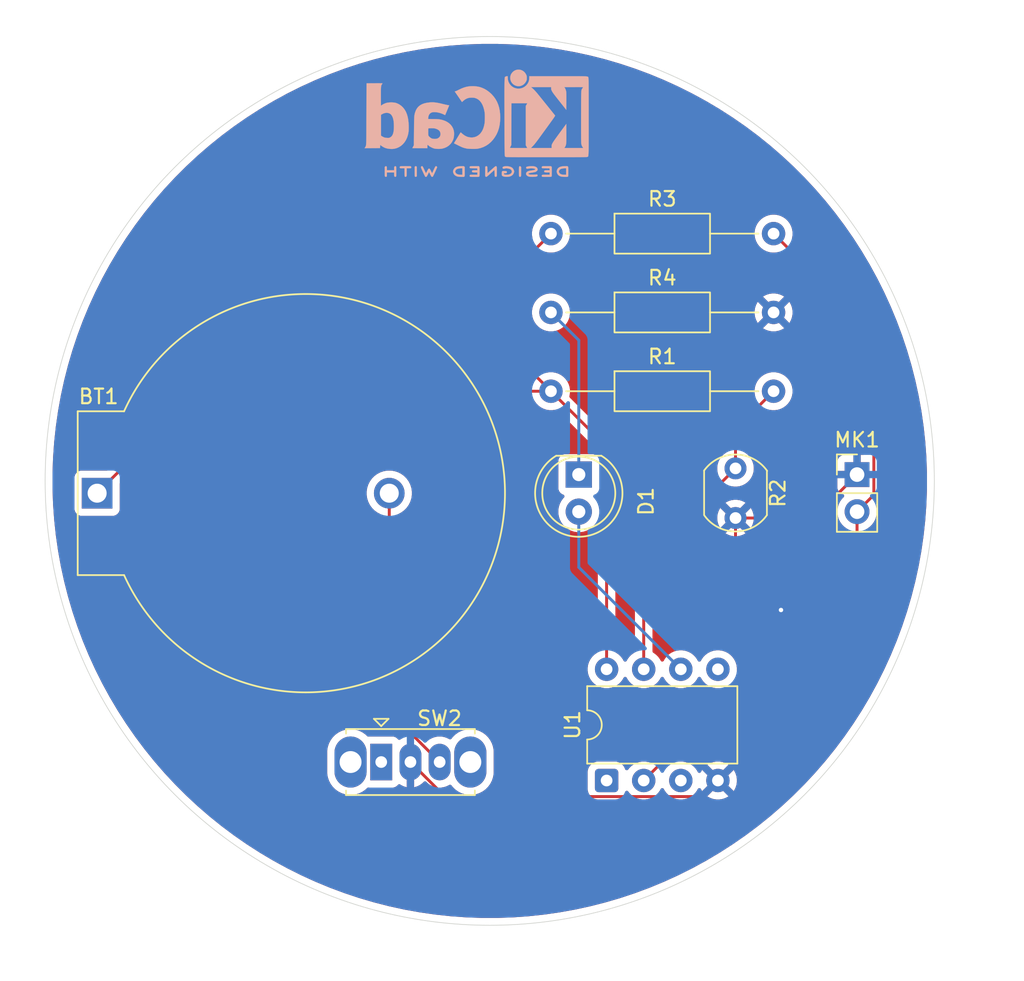
<source format=kicad_pcb>
(kicad_pcb (version 20241229) (generator "pcbnew") (generator_version "9.0")
  (layers (0 "F.Cu" signal) (2 "B.Cu" signal) (13 "F.Paste" user) (15 "B.Paste" user) (5 "F.SilkS" user "F.Silkscreen") (7 "B.SilkS" user "B.Silkscreen") (1 "F.Mask" user) (3 "B.Mask" user) (25 "Edge.Cuts" user))
  (net 0 "")
  (net 1 "/LED")
  (net 2 "Net-(D1-K)")
  (net 3 "/LDR")
  (net 4 "3.3v")
  (net 5 "GND")
  (net 6 "/MIC")
  (net 8 "Net-(BT1--)")
  (footprint "Package_DIP:DIP-8_W7.62mm" (layer "F.Cu") (at 152.4 96.515 90)
    (property "Reference" "U1" (at 3.81 -2.33 90) (layer "F.SilkS"))
    (property "Value" "ATtiny85V-10P")
    (pad "1" thru_hole roundrect (at 0 0 90) (size 1.6 1.6) (drill 0.8) (layers "*.Cu" "*.Mask") (roundrect_rratio 0.15625))
    (pad "2" thru_hole circle (at 0 2.54 90) (size 1.6 1.6) (drill 0.8) (layers "*.Cu" "*.Mask") (net 6 "/MIC"))
    (pad "3" thru_hole circle (at 0 5.08 90) (size 1.6 1.6) (drill 0.8) (layers "*.Cu" "*.Mask"))
    (pad "4" thru_hole circle (at 0 7.62 90) (size 1.6 1.6) (drill 0.8) (layers "*.Cu" "*.Mask") (net 5 "GND"))
    (pad "5" thru_hole circle (at 7.62 7.62 90) (size 1.6 1.6) (drill 0.8) (layers "*.Cu" "*.Mask"))
    (pad "6" thru_hole circle (at 7.62 5.08 90) (size 1.6 1.6) (drill 0.8) (layers "*.Cu" "*.Mask") (net 1 "/LED"))
    (pad "7" thru_hole circle (at 7.62 2.54 90) (size 1.6 1.6) (drill 0.8) (layers "*.Cu" "*.Mask") (net 3 "/LDR"))
    (pad "8" thru_hole circle (at 7.62 0 90) (size 1.6 1.6) (drill 0.8) (layers "*.Cu" "*.Mask") (net 4 "3.3v"))
  )
  (footprint "OptoDevice:R_LDR_5.1x4.3mm_P3.4mm_Vertical" (layer "F.Cu") (at 161.225022 75.135 -90)
    (property "Reference" "R2" (at 1.7 -2.9 90) (layer "F.SilkS"))
    (property "Value" "5mm LDR07")
    (pad "1" thru_hole circle (at 0 0 270) (size 1.5 1.5) (drill 0.8) (layers "*.Cu" "*.Mask") (net 3 "/LDR"))
    (pad "2" thru_hole circle (at 3.4 0 270) (size 1.5 1.5) (drill 0.8) (layers "*.Cu" "*.Mask") (net 5 "GND"))
  )
  (footprint "Resistor_THT:R_Axial_DIN0207_L6.3mm_D2.5mm_P15.24mm_Horizontal" (layer "F.Cu") (at 148.59 69.85)
    (property "Reference" "R1" (at 7.62 -2.37 0) (layer "F.SilkS"))
    (property "Value" "10K")
    (pad "1" thru_hole circle (at 0 0) (size 1.6 1.6) (drill 0.8) (layers "*.Cu" "*.Mask") (net 4 "3.3v"))
    (pad "2" thru_hole circle (at 15.24 0) (size 1.6 1.6) (drill 0.8) (layers "*.Cu" "*.Mask") (net 3 "/LDR"))
  )
  (footprint "Button_Switch_THT:SW_Slide_SPDT_Straight_CK_OS102011MS2Q" (layer "F.Cu") (at 136.97 95.25)
    (property "Reference" "SW2" (at 3.99 -2.99 0) (layer "F.SilkS"))
    (property "Value" "SW_SPDT")
    (pad "" thru_hole oval (at -2.1 0) (size 2.2 3.5) (drill 1.5) (layers "*.Cu" "*.Mask"))
    (pad "" thru_hole oval (at 6.1 0) (size 2.2 3.5) (drill 1.5) (layers "*.Cu" "*.Mask"))
    (pad "1" thru_hole rect (at 0 0) (size 1.5 2.5) (drill 0.8) (layers "*.Cu" "*.Mask"))
    (pad "2" thru_hole oval (at 2 0) (size 1.5 2.5) (drill 0.8) (layers "*.Cu" "*.Mask") (net 5 "GND"))
    (pad "3" thru_hole oval (at 4 0) (size 1.5 2.5) (drill 0.8) (layers "*.Cu" "*.Mask") (net 8 "Net-(BT1--)"))
  )
  (footprint "Connector_PinHeader_2.54mm:PinHeader_1x02_P2.54mm_Vertical" (layer "F.Cu") (at 169.545 75.56)
    (property "Reference" "MK1" (at 0 -2.38 0) (layer "F.SilkS"))
    (property "Value" "Microphone_Condenser")
    (pad "1" thru_hole rect (at 0 0) (size 1.7 1.7) (drill 1) (layers "*.Cu" "*.Mask") (net 5 "GND"))
    (pad "2" thru_hole circle (at 0 2.54) (size 1.7 1.7) (drill 1) (layers "*.Cu" "*.Mask") (net 6 "/MIC"))
  )
  (footprint "Resistor_THT:R_Axial_DIN0207_L6.3mm_D2.5mm_P15.24mm_Horizontal" (layer "F.Cu") (at 148.59 64.4525)
    (property "Reference" "R4" (at 7.62 -2.37 0) (layer "F.SilkS"))
    (property "Value" "470R")
    (pad "1" thru_hole circle (at 0 0) (size 1.6 1.6) (drill 0.8) (layers "*.Cu" "*.Mask") (net 2 "Net-(D1-K)"))
    (pad "2" thru_hole circle (at 15.24 0) (size 1.6 1.6) (drill 0.8) (layers "*.Cu" "*.Mask") (net 5 "GND"))
  )
  (footprint "Resistor_THT:R_Axial_DIN0207_L6.3mm_D2.5mm_P15.24mm_Horizontal" (layer "F.Cu") (at 148.59 59.055)
    (property "Reference" "R3" (at 7.62 -2.37 0) (layer "F.SilkS"))
    (property "Value" "5.6k")
    (pad "1" thru_hole circle (at 0 0) (size 1.6 1.6) (drill 0.8) (layers "*.Cu" "*.Mask") (net 4 "3.3v"))
    (pad "2" thru_hole circle (at 15.24 0) (size 1.6 1.6) (drill 0.8) (layers "*.Cu" "*.Mask") (net 6 "/MIC"))
  )
  (footprint "Battery:BatteryHolder_ComfortableElectronic_CH273-2450_1x2450" (layer "F.Cu") (at 117.520914 76.835)
    (property "Reference" "BT1" (at 0.1 -6.62 0) (layer "F.SilkS"))
    (property "Value" "3.3V")
    (pad "1" thru_hole rect (at 0 0 270) (size 2.1 2.1) (drill 1.3) (layers "*.Cu" "*.Mask") (net 4 "3.3v"))
    (pad "2" thru_hole circle (at 20 0 270) (size 2.1 2.1) (drill 1.3) (layers "*.Cu" "*.Mask") (net 8 "Net-(BT1--)"))
  )
  (footprint "LED_THT:LED_D5.0mm" (layer "F.Cu") (at 150.495 75.56 -90)
    (property "Reference" "D1" (at 1.84 -4.605 90) (layer "F.SilkS"))
    (property "Value" "5mm yellow LED")
    (pad "1" thru_hole rect (at 0 0 270) (size 1.8 1.8) (drill 0.9) (layers "*.Cu" "*.Mask") (net 2 "Net-(D1-K)"))
    (pad "2" thru_hole circle (at 2.54 0 270) (size 1.8 1.8) (drill 0.9) (layers "*.Cu" "*.Mask") (net 1 "/LED"))
  )
  (footprint "Symbol:KiCad-Logo2_6mm_SilkScreen" (layer "B.Cu") (at 143.51 50.8 180)
    (property "Reference" "REF**" (hide yes))
    (property "Value" "KiCad-Logo2_6mm_SilkScreen" (hide yes))
  )
  (gr_circle (center 144.399 75.993526) (end 165.921767 97.516293) (stroke (width 0.05)) (fill no) (layer "Edge.Cuts"))
  (segment (start 150.495 78.1) (end 150.495 81.91) (width 0.2) (layer "B.Cu") (net 1))
  (segment (start 150.495 81.91) (end 157.48 88.895) (width 0.2) (layer "B.Cu") (net 1))
  (segment (start 148.59 64.4525) (end 150.495 66.3575) (width 0.2) (layer "B.Cu") (net 2))
  (segment (start 150.495 66.3575) (end 150.495 75.56) (width 0.2) (layer "B.Cu") (net 2))
  (segment (start 161.225022 74.740978) (end 161.29 74.676) (width 0.2) (layer "F.Cu") (net 3))
  (segment (start 154.94 81.420022) (end 161.225022 75.135) (width 0.2) (layer "F.Cu") (net 3))
  (segment (start 154.94 88.895) (end 154.94 81.420022) (width 0.2) (layer "F.Cu") (net 3))
  (segment (start 161.225022 72.454978) (end 163.83 69.85) (width 0.2) (layer "F.Cu") (net 3))
  (segment (start 161.225022 75.135) (end 161.225022 74.740978) (width 0.2) (layer "F.Cu") (net 3))
  (segment (start 161.225022 75.135) (end 161.225022 72.454978) (width 0.2) (layer "F.Cu") (net 3))
  (segment (start 148.59 59.055) (end 146.304 61.341) (width 0.2) (layer "F.Cu") (net 4))
  (segment (start 152.4 88.895) (end 152.4 73.66) (width 0.2) (layer "F.Cu") (net 4))
  (segment (start 152.4 73.66) (end 148.59 69.85) (width 0.2) (layer "F.Cu") (net 4))
  (segment (start 146.304 67.564) (end 148.59 69.85) (width 0.2) (layer "F.Cu") (net 4))
  (segment (start 117.520914 76.835) (end 117.475 76.835) (width 0.2) (layer "F.Cu") (net 4))
  (segment (start 117.475 76.835) (end 117.094 76.454) (width 0.2) (layer "F.Cu") (net 4))
  (segment (start 117.520914 76.835) (end 124.505914 69.85) (width 0.2) (layer "F.Cu") (net 4))
  (segment (start 124.505914 69.85) (end 148.59 69.85) (width 0.2) (layer "F.Cu") (net 4))
  (segment (start 146.304 61.341) (end 146.304 67.564) (width 0.2) (layer "F.Cu") (net 4))
  (segment (start 158.919 97.616) (end 160.02 96.515) (width 0.2) (layer "F.Cu") (net 5))
  (segment (start 169.545 75.56) (end 169.545 70.1675) (width 0.2) (layer "F.Cu") (net 5))
  (segment (start 141.336 97.616) (end 158.919 97.616) (width 0.2) (layer "F.Cu") (net 5))
  (segment (start 169.545 70.1675) (end 163.83 64.4525) (width 0.2) (layer "F.Cu") (net 5))
  (segment (start 161.225022 78.535) (end 166.57 78.535) (width 0.2) (layer "F.Cu") (net 5))
  (segment (start 138.97 95.25) (end 141.336 97.616) (width 0.2) (layer "F.Cu") (net 5))
  (segment (start 166.57 78.535) (end 169.545 75.56) (width 0.2) (layer "F.Cu") (net 5))
  (segment (start 161.225022 81.723022) (end 164.338 84.836) (width 0.2) (layer "F.Cu") (net 5))
  (segment (start 161.225022 78.535) (end 161.225022 81.723022) (width 0.2) (layer "F.Cu") (net 5))
  (via (at 164.338 84.836) (size 0.6) (drill 0.3) (layers "F.Cu" "B.Cu") (net 5))
  (segment (start 164.338 84.836) (end 164.338 92.197) (width 0.2) (layer "B.Cu") (net 5))
  (segment (start 164.338 92.197) (end 160.02 96.515) (width 0.2) (layer "B.Cu") (net 5))
  (segment (start 170.696 76.949) (end 170.696 65.921) (width 0.2) (layer "F.Cu") (net 6))
  (segment (start 169.545 78.1) (end 170.696 76.949) (width 0.2) (layer "F.Cu") (net 6))
  (segment (start 169.545 81.91) (end 169.545 78.1) (width 0.2) (layer "F.Cu") (net 6))
  (segment (start 170.696 65.921) (end 163.83 59.055) (width 0.2) (layer "F.Cu") (net 6))
  (segment (start 154.94 96.515) (end 169.545 81.91) (width 0.2) (layer "F.Cu") (net 6))
  (segment (start 137.520914 76.835) (end 137.520914 91.800914) (width 0.2) (layer "F.Cu") (net 8))
  (segment (start 137.520914 91.800914) (end 140.97 95.25) (width 0.2) (layer "F.Cu") (net 8))
  (zone (net 5) (net_name "GND") (layers "F.Cu" "B.Cu") (connect_pads (clearance 0.5)) (min_thickness 0.25) (fill yes (thermal_gap 0.5) (thermal_bridge_width 0.5))
    (polygon (pts (xy 148.844 43.053) (xy 121.285 48.895) (xy 110.871 70.104) (xy 116.332 99.822) (xy 139.827 110.236) (xy 170.18 101.6) (xy 180.975 75.946) (xy 171.196 53.594)))
  )
)
</source>
